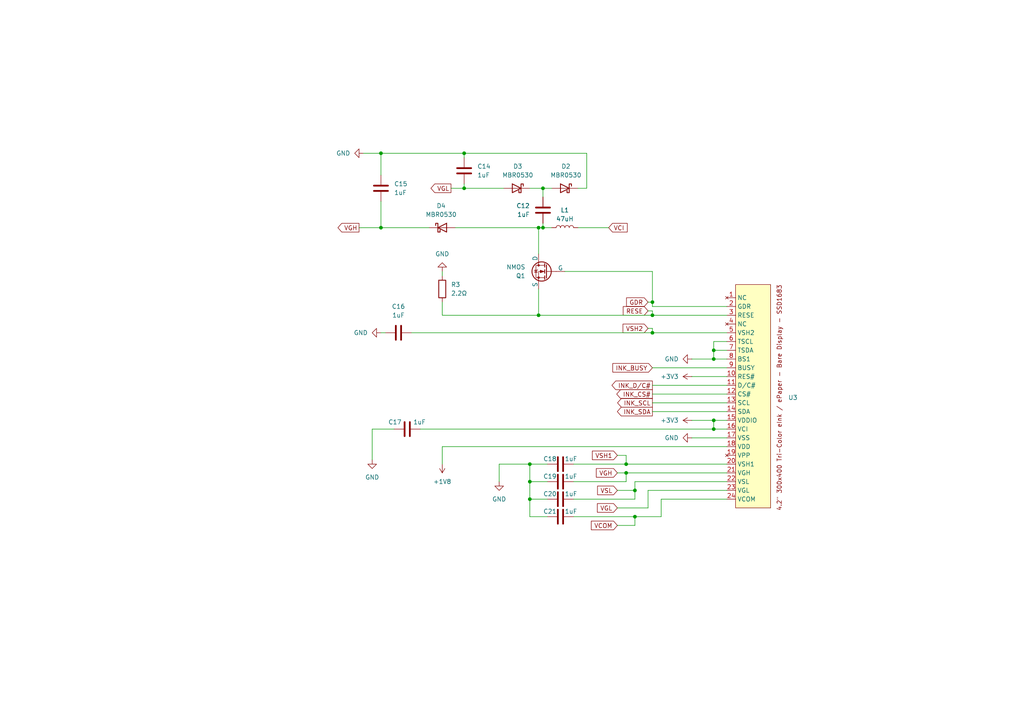
<source format=kicad_sch>
(kicad_sch (version 20250114) (generator "eeschema") (generator_version "9.0")
  (paper "A4")
  (lib_symbols
    (symbol "Device:C" (pin_numbers (hide yes)) (pin_names (offset 0.254))
      (property "Reference" "C" (at 0.635 2.54 0))
      (property "Value" "C" (at 0.635 -2.54 0))
      (symbol "C_0_1"
        (polyline (pts (xy -2.032 0.762) (xy 2.032 0.762)) (stroke (width 0.508)))
        (polyline (pts (xy -2.032 -0.762) (xy 2.032 -0.762)) (stroke (width 0.508)))
      )
      (symbol "C_1_1"
        (pin passive line (at 0 3.81 270) (length 2.794) (name "~") (number "1"))
        (pin passive line (at 0 -3.81 90) (length 2.794) (name "~") (number "2"))
      )
    )
    (symbol "Device:L" (pin_numbers (hide yes)) (pin_names (offset 1.016) (hide yes))
      (property "Reference" "L" (at -1.27 0 90))
      (property "Value" "L" (at 1.905 0 90))
      (symbol "L_0_1"
        (arc (start 0 2.54) (mid 0.6323 1.905) (end 0 1.27))
        (arc (start 0 1.27) (mid 0.6323 0.635) (end 0 0))
        (arc (start 0 0) (mid 0.6323 -0.635) (end 0 -1.27))
        (arc (start 0 -1.27) (mid 0.6323 -1.905) (end 0 -2.54))
      )
      (symbol "L_1_1"
        (pin passive line (at 0 3.81 270) (length 1.27) (name "1") (number "1"))
        (pin passive line (at 0 -3.81 90) (length 1.27) (name "2") (number "2"))
      )
    )
    (symbol "Device:R" (pin_numbers (hide yes)) (pin_names (offset 0))
      (property "Reference" "R" (at 2.032 0 90))
      (property "Value" "R" (at 0 0 90))
      (symbol "R_0_1"
        (rectangle (start -1.016 -2.54) (end 1.016 2.54) (stroke (width 0.254)))
      )
      (symbol "R_1_1"
        (pin passive line (at 0 3.81 270) (length 1.27) (name "~") (number "1"))
        (pin passive line (at 0 -3.81 90) (length 1.27) (name "~") (number "2"))
      )
    )
    (symbol "Diode:MBR0530" (pin_numbers (hide yes)) (pin_names (offset 1.016) (hide yes))
      (property "Reference" "D" (at 0 2.54 0))
      (property "Value" "MBR0530" (at 0 -2.54 0))
      (symbol "MBR0530_0_1"
        (polyline (pts (xy -1.905 0.635) (xy -1.905 1.27) (xy -1.27 1.27) (xy -1.27 -1.27) (xy -0.635 -1.27) (xy -0.635 -0.635)) (stroke (width 0.254)))
        (polyline (pts (xy 1.27 1.27) (xy 1.27 -1.27) (xy -1.27 0) (xy 1.27 1.27)) (stroke (width 0.254)))
        (polyline (pts (xy 1.27 0) (xy -1.27 0)))
      )
      (symbol "MBR0530_1_1"
        (pin passive line (at -3.81 0 0) (length 2.54) (name "K") (number "1"))
        (pin passive line (at 3.81 0 180) (length 2.54) (name "A") (number "2"))
      )
    )
    (symbol "Etchasketch_hardware_symbol_library:4.2{dblquote}_300x400_Tri-Color_eInk_/_ePaper_-_Bare_Display_-_SSD1683"
      (property "Reference" "U" (at 0 8.128 0))
      (symbol "4.2{dblquote}_300x400_Tri-Color_eInk_/_ePaper_-_Bare_Display_-_SSD1683_0_1"
        (rectangle (start -33.02 10.16) (end 31.75 0) (fill (type color) (color 255 255 194 1)))
      )
      (symbol "4.2{dblquote}_300x400_Tri-Color_eInk_/_ePaper_-_Bare_Display_-_SSD1683_1_1"
        (text "4.2\" 300x400 Tri-Color eInk / ePaper - Bare Display - SSD1683" (at -0.254 12.7 0) (effects (font (size 1.27 1.27))))
        (pin no_connect line (at -29.21 -2.54 90) (length 2.54) (name "NC") (number "1"))
        (pin output line (at -26.67 -2.54 90) (length 2.54) (name "GDR") (number "2"))
        (pin input line (at -24.13 -2.54 90) (length 2.54) (name "RESE") (number "3"))
        (pin no_connect line (at -21.59 -2.54 90) (length 2.54) (name "NC") (number "4"))
        (pin passive line (at -19.05 -2.54 90) (length 2.54) (name "VSH2") (number "5"))
        (pin input line (at -16.51 -2.54 90) (length 2.54) (name "TSCL") (number "6"))
        (pin bidirectional line (at -13.97 -2.54 90) (length 2.54) (name "TSDA") (number "7"))
        (pin input line (at -11.43 -2.54 90) (length 2.54) (name "BS1") (number "8"))
        (pin output line (at -8.89 -2.54 90) (length 2.54) (name "BUSY") (number "9"))
        (pin input line (at -6.35 -2.54 90) (length 2.54) (name "RES#") (number "10"))
        (pin input line (at -3.81 -2.54 90) (length 2.54) (name "D/C#") (number "11"))
        (pin input line (at -1.27 -2.54 90) (length 2.54) (name "CS#") (number "12"))
        (pin input line (at 1.27 -2.54 90) (length 2.54) (name "SCL") (number "13"))
        (pin bidirectional line (at 3.81 -2.54 90) (length 2.54) (name "SDA") (number "14"))
        (pin power_in line (at 6.35 -2.54 90) (length 2.54) (name "VDDIO") (number "15"))
        (pin power_in line (at 8.89 -2.54 90) (length 2.54) (name "VCI") (number "16"))
        (pin power_in line (at 11.43 -2.54 90) (length 2.54) (name "VSS") (number "17"))
        (pin power_in line (at 13.97 -2.54 90) (length 2.54) (name "VDD") (number "18"))
        (pin no_connect line (at 16.51 -2.54 90) (length 2.54) (name "VPP") (number "19"))
        (pin passive line (at 19.05 -2.54 90) (length 2.54) (name "VSH1") (number "20"))
        (pin passive line (at 21.59 -2.54 90) (length 2.54) (name "VGH") (number "21"))
        (pin passive line (at 24.13 -2.54 90) (length 2.54) (name "VSL") (number "22"))
        (pin passive line (at 26.67 -2.54 90) (length 2.54) (name "VGL") (number "23"))
        (pin passive line (at 29.21 -2.54 90) (length 2.54) (name "VCOM") (number "24"))
      )
    )
    (symbol "Simulation_SPICE:NMOS" (pin_numbers (hide yes)) (pin_names (offset 0))
      (property "Reference" "Q" (at 5.08 1.27 0))
      (property "Value" "NMOS" (at 5.08 -1.27 0))
      (symbol "NMOS_0_1"
        (polyline (pts (xy 0.254 1.905) (xy 0.254 -1.905)) (stroke (width 0.254)))
        (polyline (pts (xy 0.254 0) (xy -2.54 0)))
        (polyline (pts (xy 0.762 2.286) (xy 0.762 1.27)) (stroke (width 0.254)))
        (polyline (pts (xy 0.762 0.508) (xy 0.762 -0.508)) (stroke (width 0.254)))
        (polyline (pts (xy 0.762 -1.27) (xy 0.762 -2.286)) (stroke (width 0.254)))
        (polyline (pts (xy 0.762 -1.778) (xy 3.302 -1.778) (xy 3.302 1.778) (xy 0.762 1.778)))
        (polyline (pts (xy 1.016 0) (xy 2.032 0.381) (xy 2.032 -0.381) (xy 1.016 0)) (fill (type outline)))
        (circle (center 1.651 0) (radius 2.794) (stroke (width 0.254)))
        (polyline (pts (xy 2.54 2.54) (xy 2.54 1.778)))
        (circle (center 2.54 1.778) (radius 0.254) (fill (type outline)))
        (circle (center 2.54 -1.778) (radius 0.254) (fill (type outline)))
        (polyline (pts (xy 2.54 -2.54) (xy 2.54 0) (xy 0.762 0)))
        (polyline (pts (xy 2.794 0.508) (xy 2.921 0.381) (xy 3.683 0.381) (xy 3.81 0.254)))
        (polyline (pts (xy 3.302 0.381) (xy 2.921 -0.254) (xy 3.683 -0.254) (xy 3.302 0.381)))
      )
      (symbol "NMOS_1_1"
        (pin input line (at -5.08 0 0) (length 2.54) (name "G") (number "2"))
        (pin passive line (at 2.54 5.08 270) (length 2.54) (name "D") (number "1"))
        (pin passive line (at 2.54 -5.08 90) (length 2.54) (name "S") (number "3"))
      )
    )
    (symbol "power:+1V8" (power) (pin_numbers (hide yes)) (pin_names (offset 0) (hide yes))
      (property "Value" "+1V8" (at 0 3.556 0))
      (symbol "+1V8_0_1"
        (polyline (pts (xy -0.762 1.27) (xy 0 2.54)))
        (polyline (pts (xy 0 2.54) (xy 0.762 1.27)))
        (polyline (pts (xy 0 0) (xy 0 2.54)))
      )
      (symbol "+1V8_1_1"
        (pin power_in line (at 0 0 90) (length 0) (name "~") (number "1"))
      )
    )
    (symbol "power:+3V3" (power) (pin_numbers (hide yes)) (pin_names (offset 0) (hide yes))
      (property "Value" "+3V3" (at 0 3.556 0))
      (symbol "+3V3_0_1"
        (polyline (pts (xy -0.762 1.27) (xy 0 2.54)))
        (polyline (pts (xy 0 2.54) (xy 0.762 1.27)))
        (polyline (pts (xy 0 0) (xy 0 2.54)))
      )
      (symbol "+3V3_1_1"
        (pin power_in line (at 0 0 90) (length 0) (name "~") (number "1"))
      )
    )
    (symbol "power:GND" (power) (pin_numbers (hide yes)) (pin_names (offset 0) (hide yes))
      (property "Value" "GND" (at 0 -3.81 0))
      (symbol "GND_0_1"
        (polyline (pts (xy 0 0) (xy 0 -1.27) (xy 1.27 -1.27) (xy 0 -2.54) (xy -1.27 -1.27) (xy 0 -1.27)))
      )
      (symbol "GND_1_1"
        (pin power_in line (at 0 0 270) (length 0) (name "~") (number "1"))
      )
    )
  )
  (junction (at 156.21 91.44))
  (junction (at 181.61 134.62))
  (junction (at 189.23 91.44))
  (junction (at 207.01 101.6))
  (junction (at 110.49 44.45))
  (junction (at 181.61 137.16))
  (junction (at 157.48 66.04))
  (junction (at 189.23 87.63))
  (junction (at 156.21 66.04))
  (junction (at 153.67 144.78))
  (junction (at 153.67 139.7))
  (junction (at 157.48 54.61))
  (junction (at 134.62 44.45))
  (junction (at 189.23 96.52))
  (junction (at 207.01 104.14))
  (junction (at 184.15 149.86))
  (junction (at 184.15 142.24))
  (junction (at 134.62 54.61))
  (junction (at 207.01 121.92))
  (junction (at 207.01 124.46))
  (junction (at 110.49 66.04))
  (junction (at 153.67 134.62))
  (wire (pts (xy 144.78 134.62) (xy 153.67 134.62)))
  (wire (pts (xy 156.21 73.66) (xy 156.21 66.04)))
  (wire (pts (xy 153.67 139.7) (xy 158.75 139.7)))
  (wire (pts (xy 110.49 50.8) (xy 110.49 44.45)))
  (wire (pts (xy 210.82 88.9) (xy 189.23 88.9)))
  (wire (pts (xy 128.27 134.62) (xy 128.27 129.54)))
  (wire (pts (xy 210.82 101.6) (xy 207.01 101.6)))
  (wire (pts (xy 189.23 78.74) (xy 189.23 87.63)))
  (wire (pts (xy 157.48 66.04) (xy 156.21 66.04)))
  (wire (pts (xy 210.82 99.06) (xy 207.01 99.06)))
  (wire (pts (xy 130.81 54.61) (xy 134.62 54.61)))
  (wire (pts (xy 153.67 144.78) (xy 153.67 149.86)))
  (wire (pts (xy 170.18 54.61) (xy 170.18 44.45)))
  (wire (pts (xy 187.96 95.25) (xy 189.23 95.25)))
  (wire (pts (xy 153.67 144.78) (xy 158.75 144.78)))
  (wire (pts (xy 181.61 134.62) (xy 210.82 134.62)))
  (wire (pts (xy 187.96 87.63) (xy 189.23 87.63)))
  (wire (pts (xy 104.14 66.04) (xy 110.49 66.04)))
  (wire (pts (xy 179.07 152.4) (xy 184.15 152.4)))
  (wire (pts (xy 187.96 142.24) (xy 210.82 142.24)))
  (wire (pts (xy 207.01 104.14) (xy 210.82 104.14)))
  (wire (pts (xy 207.01 124.46) (xy 210.82 124.46)))
  (wire (pts (xy 158.75 134.62) (xy 153.67 134.62)))
  (wire (pts (xy 189.23 111.76) (xy 210.82 111.76)))
  (wire (pts (xy 110.49 96.52) (xy 111.76 96.52)))
  (wire (pts (xy 207.01 99.06) (xy 207.01 101.6)))
  (wire (pts (xy 189.23 95.25) (xy 189.23 96.52)))
  (wire (pts (xy 210.82 91.44) (xy 189.23 91.44)))
  (wire (pts (xy 132.08 66.04) (xy 156.21 66.04)))
  (wire (pts (xy 160.02 54.61) (xy 157.48 54.61)))
  (wire (pts (xy 167.64 54.61) (xy 170.18 54.61)))
  (wire (pts (xy 134.62 54.61) (xy 134.62 53.34)))
  (wire (pts (xy 157.48 54.61) (xy 157.48 57.15)))
  (wire (pts (xy 189.23 116.84) (xy 210.82 116.84)))
  (wire (pts (xy 207.01 101.6) (xy 207.01 104.14)))
  (wire (pts (xy 110.49 66.04) (xy 110.49 58.42)))
  (wire (pts (xy 181.61 137.16) (xy 181.61 139.7)))
  (wire (pts (xy 134.62 54.61) (xy 146.05 54.61)))
  (wire (pts (xy 156.21 83.82) (xy 156.21 91.44)))
  (wire (pts (xy 144.78 139.7) (xy 144.78 134.62)))
  (wire (pts (xy 207.01 121.92) (xy 207.01 124.46)))
  (wire (pts (xy 200.66 104.14) (xy 207.01 104.14)))
  (wire (pts (xy 210.82 139.7) (xy 184.15 139.7)))
  (wire (pts (xy 189.23 96.52) (xy 119.38 96.52)))
  (wire (pts (xy 110.49 66.04) (xy 124.46 66.04)))
  (wire (pts (xy 176.53 66.04) (xy 167.64 66.04)))
  (wire (pts (xy 179.07 147.32) (xy 187.96 147.32)))
  (wire (pts (xy 153.67 139.7) (xy 153.67 144.78)))
  (wire (pts (xy 121.92 124.46) (xy 207.01 124.46)))
  (wire (pts (xy 170.18 44.45) (xy 134.62 44.45)))
  (wire (pts (xy 189.23 114.3) (xy 210.82 114.3)))
  (wire (pts (xy 189.23 91.44) (xy 156.21 91.44)))
  (wire (pts (xy 153.67 54.61) (xy 157.48 54.61)))
  (wire (pts (xy 187.96 90.17) (xy 189.23 90.17)))
  (wire (pts (xy 166.37 144.78) (xy 184.15 144.78)))
  (wire (pts (xy 157.48 66.04) (xy 160.02 66.04)))
  (wire (pts (xy 110.49 44.45) (xy 134.62 44.45)))
  (wire (pts (xy 134.62 44.45) (xy 134.62 45.72)))
  (wire (pts (xy 128.27 91.44) (xy 128.27 87.63)))
  (wire (pts (xy 191.77 144.78) (xy 210.82 144.78)))
  (wire (pts (xy 189.23 88.9) (xy 189.23 87.63)))
  (wire (pts (xy 107.95 124.46) (xy 114.3 124.46)))
  (wire (pts (xy 184.15 144.78) (xy 184.15 142.24)))
  (wire (pts (xy 210.82 121.92) (xy 207.01 121.92)))
  (wire (pts (xy 153.67 149.86) (xy 158.75 149.86)))
  (wire (pts (xy 189.23 106.68) (xy 210.82 106.68)))
  (wire (pts (xy 200.66 121.92) (xy 207.01 121.92)))
  (wire (pts (xy 128.27 78.74) (xy 128.27 80.01)))
  (wire (pts (xy 166.37 134.62) (xy 181.61 134.62)))
  (wire (pts (xy 184.15 142.24) (xy 179.07 142.24)))
  (wire (pts (xy 184.15 139.7) (xy 184.15 142.24)))
  (wire (pts (xy 187.96 142.24) (xy 187.96 147.32)))
  (wire (pts (xy 179.07 132.08) (xy 181.61 132.08)))
  (wire (pts (xy 107.95 133.35) (xy 107.95 124.46)))
  (wire (pts (xy 157.48 64.77) (xy 157.48 66.04)))
  (wire (pts (xy 210.82 137.16) (xy 181.61 137.16)))
  (wire (pts (xy 184.15 152.4) (xy 184.15 149.86)))
  (wire (pts (xy 166.37 149.86) (xy 184.15 149.86)))
  (wire (pts (xy 210.82 96.52) (xy 189.23 96.52)))
  (wire (pts (xy 179.07 137.16) (xy 181.61 137.16)))
  (wire (pts (xy 189.23 90.17) (xy 189.23 91.44)))
  (wire (pts (xy 200.66 109.22) (xy 210.82 109.22)))
  (wire (pts (xy 184.15 149.86) (xy 191.77 149.86)))
  (wire (pts (xy 191.77 149.86) (xy 191.77 144.78)))
  (wire (pts (xy 181.61 139.7) (xy 166.37 139.7)))
  (wire (pts (xy 181.61 132.08) (xy 181.61 134.62)))
  (wire (pts (xy 189.23 119.38) (xy 210.82 119.38)))
  (wire (pts (xy 105.41 44.45) (xy 110.49 44.45)))
  (wire (pts (xy 128.27 129.54) (xy 210.82 129.54)))
  (wire (pts (xy 153.67 134.62) (xy 153.67 139.7)))
  (wire (pts (xy 128.27 91.44) (xy 156.21 91.44)))
  (wire (pts (xy 189.23 78.74) (xy 163.83 78.74)))
  (wire (pts (xy 200.66 127) (xy 210.82 127)))
  (global_label "INK_D{slash}C#" (shape output) (at 189.23 111.76 180) (property "Intersheetrefs" "${INTERSHEET_REFS}" (effects (hide yes))))
  (global_label "VSH2" (shape input) (at 187.96 95.25 180) (property "Intersheetrefs" "${INTERSHEET_REFS}" (effects (hide yes))))
  (global_label "VGH" (shape output) (at 104.14 66.04 180) (property "Intersheetrefs" "${INTERSHEET_REFS}" (effects (hide yes))))
  (global_label "INK_SCL" (shape output) (at 189.23 116.84 180) (property "Intersheetrefs" "${INTERSHEET_REFS}" (effects (hide yes))))
  (global_label "INK_BUSY" (shape input) (at 189.23 106.68 180) (property "Intersheetrefs" "${INTERSHEET_REFS}" (effects (hide yes))))
  (global_label "VCOM" (shape input) (at 179.07 152.4 180) (property "Intersheetrefs" "${INTERSHEET_REFS}" (effects (hide yes))))
  (global_label "VSL" (shape input) (at 179.07 142.24 180) (property "Intersheetrefs" "${INTERSHEET_REFS}" (effects (hide yes))))
  (global_label "VCI" (shape input) (at 176.53 66.04 0) (property "Intersheetrefs" "${INTERSHEET_REFS}" (effects (hide yes))))
  (global_label "VGH" (shape input) (at 179.07 137.16 180) (property "Intersheetrefs" "${INTERSHEET_REFS}" (effects (hide yes))))
  (global_label "VGL" (shape input) (at 179.07 147.32 180) (property "Intersheetrefs" "${INTERSHEET_REFS}" (effects (hide yes))))
  (global_label "VGL" (shape output) (at 130.81 54.61 180) (property "Intersheetrefs" "${INTERSHEET_REFS}" (effects (hide yes))))
  (global_label "INK_CS#" (shape output) (at 189.23 114.3 180) (property "Intersheetrefs" "${INTERSHEET_REFS}" (effects (hide yes))))
  (global_label "INK_SDA" (shape output) (at 189.23 119.38 180) (property "Intersheetrefs" "${INTERSHEET_REFS}" (effects (hide yes))))
  (global_label "GDR" (shape input) (at 187.96 87.63 180) (property "Intersheetrefs" "${INTERSHEET_REFS}" (effects (hide yes))))
  (global_label "VSH1" (shape input) (at 179.07 132.08 180) (property "Intersheetrefs" "${INTERSHEET_REFS}" (effects (hide yes))))
  (global_label "RESE" (shape input) (at 187.96 90.17 180) (property "Intersheetrefs" "${INTERSHEET_REFS}" (effects (hide yes))))
  (symbol (lib_id "power:GND") (at 110.49 96.52 270) (unit 1)
    (property "Reference" "#PWR017" (effects (hide yes)))
    (property "Value" "GND" (at 106.68 96.5199 90) (effects (justify right)))
    (property "Description" "Power symbol creates a global label with name \"GND\" , ground" (effects (hide yes)))
  )
  (symbol (lib_id "power:+3V3") (at 200.66 121.92 90) (unit 1)
    (property "Reference" "#PWR024" (effects (hide yes)))
    (property "Value" "+3V3" (at 196.85 121.9199 90) (effects (justify left)))
    (property "Description" "Power symbol creates a global label with name \"+3V3\"" (effects (hide yes)))
  )
  (symbol (lib_id "Device:R") (at 128.27 83.82 0) (unit 1)
    (property "Reference" "R3" (at 130.81 82.5499 0) (effects (justify left)))
    (property "Value" "2.2Ω" (at 130.81 85.0899 0) (effects (justify left)))
    (property "Footprint" "Resistor_SMD:R_0805_2012Metric_Pad1.20x1.40mm_HandSolder" (effects (hide yes)))
    (property "Datasheet" "https://www.seielect.com/catalog/SEI-RMCF_RMCP.pdf" (effects (hide yes)))
    (property "Description" "2.2 Ohms ±1% 0.125W, 1/8W Chip Resistor 0805 (2012 Metric) Automotive AEC-Q200 Thick Film" (effects (hide yes)))
    (property "Digikey Part Number" "RMCF0805FT2R20CT-ND" (effects (hide yes)))
  )
  (symbol (lib_id "Device:C") (at 162.56 134.62 90) (unit 1)
    (property "Reference" "C18" (at 159.512 133.096 90))
    (property "Value" "1uF" (at 165.608 133.096 90))
    (property "Footprint" "Capacitor_SMD:C_0805_2012Metric" (effects (hide yes)))
    (property "Datasheet" "https://mm.digikey.com/Volume0/opasdata/d220001/medias/docus/1105/CL21B105KAFNNNE_Spec.pdf" (effects (hide yes)))
    (property "Description" "1 µF ±10% 25V Ceramic Capacitor X7R 0805 (2012 Metric)" (effects (hide yes)))
    (property "Digikey Part Number" "1276-1066-1-ND" (effects (hide yes)))
  )
  (symbol (lib_id "Device:C") (at 157.48 60.96 0) (mirror y) (unit 1)
    (property "Reference" "C12" (at 153.67 59.6899 0) (effects (justify left)))
    (property "Value" "1uF" (at 153.67 62.2299 0) (effects (justify left)))
    (property "Footprint" "Capacitor_SMD:C_0805_2012Metric" (effects (hide yes)))
    (property "Datasheet" "https://mm.digikey.com/Volume0/opasdata/d220001/medias/docus/1105/CL21B105KAFNNNE_Spec.pdf" (effects (hide yes)))
    (property "Description" "1 µF ±10% 25V Ceramic Capacitor X7R 0805 (2012 Metric)" (effects (hide yes)))
    (property "Digikey Part Number" "1276-1066-1-ND" (effects (hide yes)))
  )
  (symbol (lib_id "Diode:MBR0530") (at 149.86 54.61 0) (mirror y) (unit 1)
    (property "Reference" "D3" (at 150.1775 48.26 0))
    (property "Value" "MBR0530" (at 150.1775 50.8 0))
    (property "Footprint" "Diode_SMD:D_SOD-123" (effects (hide yes)))
    (property "Datasheet" "https://www.smc-diodes.com/propdf/MBR0530%20N0717%20REV.A.pdf" (effects (hide yes)))
    (property "Description" "30V 0.5A Schottky Power Rectifier Diode, SOD-123" (effects (hide yes)))
    (property "Digikey Part Number" "1655-MBR0530CT-ND" (effects (hide yes)))
  )
  (symbol (lib_id "Simulation_SPICE:NMOS") (at 158.75 78.74 0) (mirror y) (unit 1)
    (property "Reference" "Q1" (at 152.4 80.0101 0) (effects (justify left)))
    (property "Value" "NMOS" (at 152.4 77.4701 0) (effects (justify left)))
    (property "Footprint" "Package_TO_SOT_SMD:TSOT-23" (effects (hide yes)))
    (property "Datasheet" "https://assets.nexperia.com/documents/data-sheet/NX3008NBK.pdf" (effects (hide yes)))
    (property "Description" "MOSFET N-CH 30V 400MA TO236AB" (effects (hide yes)))
    (property "Sim.Device" "NMOS" (effects (hide yes)))
    (property "Sim.Type" "VDMOS" (effects (hide yes)))
    (property "Sim.Pins" "1=D 2=G 3=S" (effects (hide yes)))
    (property "Digikey Part Number" "1727-NX3008NBKVLCT-ND" (effects (hide yes)))
  )
  (symbol (lib_id "power:GND") (at 128.27 78.74 180) (unit 1)
    (property "Reference" "#PWR016" (effects (hide yes)))
    (property "Value" "GND" (at 128.27 73.66 0))
    (property "Description" "Power symbol creates a global label with name \"GND\" , ground" (effects (hide yes)))
  )
  (symbol (lib_id "Device:C") (at 118.11 124.46 90) (unit 1)
    (property "Reference" "C17" (at 114.554 122.428 90))
    (property "Value" "1uF" (at 121.666 122.428 90))
    (property "Footprint" "Capacitor_SMD:C_0805_2012Metric" (effects (hide yes)))
    (property "Datasheet" "https://mm.digikey.com/Volume0/opasdata/d220001/medias/docus/1105/CL21B105KAFNNNE_Spec.pdf" (effects (hide yes)))
    (property "Description" "1 µF ±10% 25V Ceramic Capacitor X7R 0805 (2012 Metric)" (effects (hide yes)))
    (property "Digikey Part Number" "1276-1066-1-ND" (effects (hide yes)))
  )
  (symbol (lib_id "power:+1V8") (at 128.27 134.62 180) (unit 1)
    (property "Reference" "#PWR018" (effects (hide yes)))
    (property "Value" "+1V8" (at 128.27 139.7 0))
    (property "Description" "Power symbol creates a global label with name \"+1V8\"" (effects (hide yes)))
  )
  (symbol (lib_id "power:GND") (at 107.95 133.35 0) (unit 1)
    (property "Reference" "#PWR021" (effects (hide yes)))
    (property "Value" "GND" (at 107.95 138.43 0))
    (property "Description" "Power symbol creates a global label with name \"GND\" , ground" (effects (hide yes)))
  )
  (symbol (lib_id "Device:C") (at 162.56 144.78 90) (unit 1)
    (property "Reference" "C20" (at 159.512 143.256 90))
    (property "Value" "1uF" (at 165.608 143.256 90))
    (property "Footprint" "Capacitor_SMD:C_0805_2012Metric" (effects (hide yes)))
    (property "Datasheet" "https://mm.digikey.com/Volume0/opasdata/d220001/medias/docus/1105/CL21B105KAFNNNE_Spec.pdf" (effects (hide yes)))
    (property "Description" "1 µF ±10% 25V Ceramic Capacitor X7R 0805 (2012 Metric)" (effects (hide yes)))
    (property "Digikey Part Number" "1276-1066-1-ND" (effects (hide yes)))
  )
  (symbol (lib_id "Device:C") (at 162.56 149.86 90) (unit 1)
    (property "Reference" "C21" (at 159.512 148.336 90))
    (property "Value" "1uF" (at 165.608 148.336 90))
    (property "Footprint" "Capacitor_SMD:C_0805_2012Metric" (effects (hide yes)))
    (property "Datasheet" "https://mm.digikey.com/Volume0/opasdata/d220001/medias/docus/1105/CL21B105KAFNNNE_Spec.pdf" (effects (hide yes)))
    (property "Description" "1 µF ±10% 25V Ceramic Capacitor X7R 0805 (2012 Metric)" (effects (hide yes)))
    (property "Digikey Part Number" "1276-1066-1-ND" (effects (hide yes)))
  )
  (symbol (lib_id "Diode:MBR0530") (at 128.27 66.04 0) (unit 1)
    (property "Reference" "D4" (at 127.9525 59.69 0))
    (property "Value" "MBR0530" (at 127.9525 62.23 0))
    (property "Footprint" "Diode_SMD:D_SOD-123" (effects (hide yes)))
    (property "Datasheet" "https://www.smc-diodes.com/propdf/MBR0530%20N0717%20REV.A.pdf" (effects (hide yes)))
    (property "Description" "30V 0.5A Schottky Power Rectifier Diode, SOD-123" (effects (hide yes)))
    (property "Digikey Part Number" "1655-MBR0530CT-ND" (effects (hide yes)))
  )
  (symbol (lib_id "power:GND") (at 105.41 44.45 270) (unit 1)
    (property "Reference" "#PWR015" (effects (hide yes)))
    (property "Value" "GND" (at 101.6 44.4499 90) (effects (justify right)))
    (property "Description" "Power symbol creates a global label with name \"GND\" , ground" (effects (hide yes)))
  )
  (symbol (lib_id "power:GND") (at 200.66 127 270) (unit 1)
    (property "Reference" "#PWR022" (effects (hide yes)))
    (property "Value" "GND" (at 196.85 126.9999 90) (effects (justify right)))
    (property "Description" "Power symbol creates a global label with name \"GND\" , ground" (effects (hide yes)))
  )
  (symbol (lib_id "Device:C") (at 162.56 139.7 90) (unit 1)
    (property "Reference" "C19" (at 159.512 138.176 90))
    (property "Value" "1uF" (at 165.608 138.176 90))
    (property "Footprint" "Capacitor_SMD:C_0805_2012Metric" (effects (hide yes)))
    (property "Datasheet" "https://mm.digikey.com/Volume0/opasdata/d220001/medias/docus/1105/CL21B105KAFNNNE_Spec.pdf" (effects (hide yes)))
    (property "Description" "1 µF ±10% 25V Ceramic Capacitor X7R 0805 (2012 Metric)" (effects (hide yes)))
    (property "Digikey Part Number" "1276-1066-1-ND" (effects (hide yes)))
  )
  (symbol (lib_id "power:+3V3") (at 200.66 109.22 90) (unit 1)
    (property "Reference" "#PWR020" (effects (hide yes)))
    (property "Value" "+3V3" (at 196.85 109.2199 90) (effects (justify left)))
    (property "Description" "Power symbol creates a global label with name \"+3V3\"" (effects (hide yes)))
  )
  (symbol (lib_id "Device:C") (at 110.49 54.61 0) (unit 1)
    (property "Reference" "C15" (at 114.3 53.3399 0) (effects (justify left)))
    (property "Value" "1uF" (at 114.3 55.8799 0) (effects (justify left)))
    (property "Footprint" "Capacitor_SMD:C_0805_2012Metric" (effects (hide yes)))
    (property "Datasheet" "https://mm.digikey.com/Volume0/opasdata/d220001/medias/docus/1105/CL21B105KAFNNNE_Spec.pdf" (effects (hide yes)))
    (property "Description" "1 µF ±10% 25V Ceramic Capacitor X7R 0805 (2012 Metric)" (effects (hide yes)))
    (property "Digikey Part Number" "1276-1066-1-ND" (effects (hide yes)))
  )
  (symbol (lib_id "Device:C") (at 115.57 96.52 90) (unit 1)
    (property "Reference" "C16" (at 115.57 88.9 90))
    (property "Value" "1uF" (at 115.57 91.44 90))
    (property "Footprint" "Capacitor_SMD:C_0805_2012Metric" (effects (hide yes)))
    (property "Datasheet" "https://mm.digikey.com/Volume0/opasdata/d220001/medias/docus/1105/CL21B105KAFNNNE_Spec.pdf" (effects (hide yes)))
    (property "Description" "1 µF ±10% 25V Ceramic Capacitor X7R 0805 (2012 Metric)" (effects (hide yes)))
    (property "Digikey Part Number" "1276-1066-1-ND" (effects (hide yes)))
  )
  (symbol (lib_id "power:GND") (at 144.78 139.7 0) (unit 1)
    (property "Reference" "#PWR023" (effects (hide yes)))
    (property "Value" "GND" (at 144.78 144.78 0))
    (property "Description" "Power symbol creates a global label with name \"GND\" , ground" (effects (hide yes)))
  )
  (symbol (lib_id "Device:L") (at 163.83 66.04 90) (unit 1)
    (property "Reference" "L1" (at 163.83 60.96 90))
    (property "Value" "47uH" (at 163.83 63.5 90))
    (property "Footprint" "Etchasketch_Footprints:Inductor" (effects (hide yes)))
    (property "Datasheet" "https://products.sumida.com/products/pdf/CDRH3D28LD.pdf" (effects (hide yes)))
    (property "Description" "Inductor" (effects (hide yes)))
    (property "Digikey Part Number" "308-2001-1-ND" (effects (hide yes)))
  )
  (symbol (lib_id "Diode:MBR0530") (at 163.83 54.61 0) (mirror y) (unit 1)
    (property "Reference" "D2" (at 164.1475 48.26 0))
    (property "Value" "MBR0530" (at 164.1475 50.8 0))
    (property "Footprint" "Diode_SMD:D_SOD-123" (effects (hide yes)))
    (property "Datasheet" "https://www.smc-diodes.com/propdf/MBR0530%20N0717%20REV.A.pdf" (effects (hide yes)))
    (property "Description" "30V 0.5A Schottky Power Rectifier Diode, SOD-123" (effects (hide yes)))
    (property "Digikey Part Number" "1655-MBR0530CT-ND" (effects (hide yes)))
  )
  (symbol (lib_id "Etchasketch_hardware_symbol_library:4.2{dblquote}_300x400_Tri-Color_eInk_/_ePaper_-_Bare_Display_-_SSD1683") (at 213.36 115.57 270) (unit 1)
    (property "Reference" "U3" (at 228.6 115.3159 90) (effects (justify left)))
    (property "Footprint" "Etchasketch_Footprints:F33Z-1A7Q1-E8C24" (effects (hide yes)))
    (property "Datasheet" "https://cdn-shop.adafruit.com/product-files/6382/6382+C22266-001+datasheet+ZJY400300-042CABMFGN-R.pdf" (effects (hide yes)))
    (property "Description" "24-Pin FPC connector for E-Ink Display" (effects (hide yes)))
    (property "Digikey Part Number" "609-F33Z-1A7Q1-E8C24CT-ND" (effects (hide yes)))
    (property "Adafruit Product ID" "6382" (effects (hide yes)))
  )
  (symbol (lib_id "power:GND") (at 200.66 104.14 270) (unit 1)
    (property "Reference" "#PWR019" (effects (hide yes)))
    (property "Value" "GND" (at 196.85 104.1399 90) (effects (justify right)))
    (property "Description" "Power symbol creates a global label with name \"GND\" , ground" (effects (hide yes)))
  )
  (symbol (lib_id "Device:C") (at 134.62 49.53 0) (unit 1)
    (property "Reference" "C14" (at 138.43 48.2599 0) (effects (justify left)))
    (property "Value" "1uF" (at 138.43 50.7999 0) (effects (justify left)))
    (property "Footprint" "Capacitor_SMD:C_0805_2012Metric" (effects (hide yes)))
    (property "Datasheet" "https://mm.digikey.com/Volume0/opasdata/d220001/medias/docus/1105/CL21B105KAFNNNE_Spec.pdf" (effects (hide yes)))
    (property "Description" "1 µF ±10% 25V Ceramic Capacitor X7R 0805 (2012 Metric)" (effects (hide yes)))
    (property "Digikey Part Number" "1276-1066-1-ND" (effects (hide yes)))
  )
)
</source>
